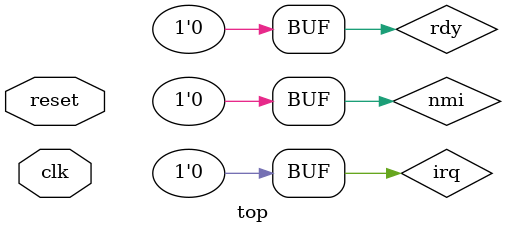
<source format=v>
module top (
    input clk, reset
);

wire [15:0] abus;
wire [7:0] din;
wire [7:0] dout;
wire irq = 1'b0;
wire nmi = 1'b0;
wire rdy = 1'b0;
wire we;

reg [7:0] mem [8192];
reg [7:0] data;
always @(posedge clk) begin
    if (we)
        mem[abus] <= din;
    data <= mem[abus];
end
assign dout = data;

cpu cpu (
    .clk(clk),
    .reset(reset),
    .AB(abus),
    .DI(din),
    .DO(dout),
    .WE(we),
    .IRQ(irq),
    .NMI(nmi),
    .RDY(rdy)
);

endmodule

</source>
